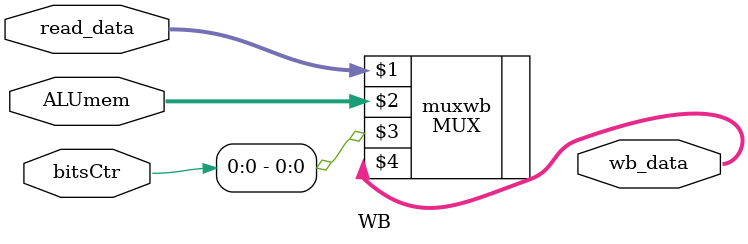
<source format=v>


module WB(bitsCtr, read_data, ALUmem, wb_data);
    input [1:0] bitsCtr;
    input [31:0] read_data, ALUmem;
    output wire [31:0] wb_data;
    
    MUX muxwb (read_data, ALUmem, bitsCtr[0] /*MemToReg*/, wb_data);
endmodule
</source>
